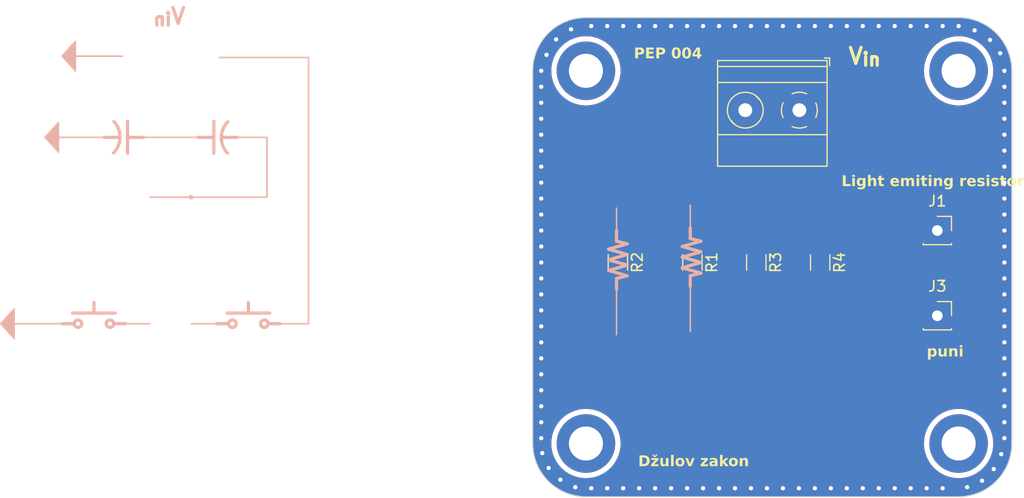
<source format=kicad_pcb>
(kicad_pcb (version 20240108) (generator "pcbnew") (generator_version "8.0")
  (layers (0 "F.Cu" signal) (31 "B.Cu" signal) (34 "B.Paste" user) (35 "F.Paste" user) (36 "B.SilkS" user "B.Silkscreen") (37 "F.SilkS" user "F.Silkscreen") (38 "B.Mask" user) (39 "F.Mask" user) (44 "Edge.Cuts" user))
  (net 0 "")
  (net 1 "0")
  (net 2 "Input voltage")
  (footprint "Resistor_SMD:R_1206_3216Metric_Pad1.30x1.75mm_HandSolder" (layer "F.Cu") (at 125 84 -90)
    (property "Reference" "R3" (at 0 -1.82 90) (layer "F.SilkS"))
    (property "Value" "100k")
    (fp_line (start -0.727064 0.91) (end 0.727064 0.91) (stroke (width 0.12)) (layer "F.SilkS"))
    (fp_line (start -0.727064 -0.91) (end 0.727064 -0.91) (stroke (width 0.12)) (layer "F.SilkS"))
    (pad "1" smd roundrect (at -1.55 0 270) (size 1.3 1.75) (layers "F.Cu" "F.Paste" "F.Mask") (roundrect_rratio 0.192308) (net 2 "Input voltage"))
    (pad "2" smd roundrect (at 1.55 0 270) (size 1.3 1.75) (layers "F.Cu" "F.Paste" "F.Mask") (roundrect_rratio 0.192308) (net 1 "0"))
  )
  (footprint "Resistor_SMD:R_1206_3216Metric_Pad1.30x1.75mm_HandSolder" (layer "F.Cu") (at 112 84 -90)
    (property "Reference" "R2" (at 0 -1.82 90) (layer "F.SilkS"))
    (property "Value" "100k")
    (fp_line (start -0.727064 0.91) (end 0.727064 0.91) (stroke (width 0.12)) (layer "F.SilkS"))
    (fp_line (start -0.727064 -0.91) (end 0.727064 -0.91) (stroke (width 0.12)) (layer "F.SilkS"))
    (pad "1" smd roundrect (at -1.55 0 270) (size 1.3 1.75) (layers "F.Cu" "F.Paste" "F.Mask") (roundrect_rratio 0.192308) (net 2 "Input voltage"))
    (pad "2" smd roundrect (at 1.55 0 270) (size 1.3 1.75) (layers "F.Cu" "F.Paste" "F.Mask") (roundrect_rratio 0.192308) (net 1 "0"))
  )
  (footprint "MountingHole:MountingHole_3.2mm_M3_ISO14580_Pad_TopBottom" (layer "F.Cu") (at 144 66)
    (property "Reference" "H3" (hide yes))
    (property "Value" "MountingHole")
    (pad "1" thru_hole circle (at 0 0) (size 3.6 3.6) (drill 3.2) (layers "*.Cu" "*.Mask"))
    (pad "1" connect circle (at 0 0) (size 5.5 5.5) (layers "F.Cu" "F.Mask"))
    (pad "1" connect circle (at 0 0) (size 5.5 5.5) (layers "B.Cu" "B.Mask"))
  )
  (footprint "MountingHole:MountingHole_3.2mm_M3_ISO14580_Pad_TopBottom" (layer "F.Cu") (at 144 101)
    (property "Reference" "H4" (hide yes))
    (property "Value" "MountingHole")
    (pad "1" thru_hole circle (at 0 0) (size 3.6 3.6) (drill 3.2) (layers "*.Cu" "*.Mask"))
    (pad "1" connect circle (at 0 0) (size 5.5 5.5) (layers "F.Cu" "F.Mask"))
    (pad "1" connect circle (at 0 0) (size 5.5 5.5) (layers "B.Cu" "B.Mask"))
  )
  (footprint "TerminalBlock_Phoenix:TerminalBlock_Phoenix_MKDS-1,5-2-5.08_1x02_P5.08mm_Horizontal" (layer "F.Cu") (at 129.045 69.695 180)
    (property "Reference" "J2" (hide yes))
    (property "Value" "Screw_Terminal_01x02")
    (fp_line (start 7.68 -5.261) (end 7.68 4.66) (stroke (width 0.12)) (layer "F.SilkS"))
    (fp_line (start 6.355 -1.069) (end 6.308 -1.023) (stroke (width 0.12)) (layer "F.SilkS"))
    (fp_line (start 6.15 -1.275) (end 6.115 -1.239) (stroke (width 0.12)) (layer "F.SilkS"))
    (fp_line (start 4.046 1.239) (end 4.011 1.274) (stroke (width 0.12)) (layer "F.SilkS"))
    (fp_line (start 3.853 1.023) (end 3.806 1.069) (stroke (width 0.12)) (layer "F.SilkS"))
    (fp_line (start -2.6 4.66) (end 7.68 4.66) (stroke (width 0.12)) (layer "F.SilkS"))
    (fp_line (start -2.6 4.1) (end 7.68 4.1) (stroke (width 0.12)) (layer "F.SilkS"))
    (fp_line (start -2.6 2.6) (end 7.68 2.6) (stroke (width 0.12)) (layer "F.SilkS"))
    (fp_line (start -2.6 -2.301) (end 7.68 -2.301) (stroke (width 0.12)) (layer "F.SilkS"))
    (fp_line (start -2.6 -5.261) (end 7.68 -5.261) (stroke (width 0.12)) (layer "F.SilkS"))
    (fp_line (start -2.6 -5.261) (end -2.6 4.66) (stroke (width 0.12)) (layer "F.SilkS"))
    (fp_line (start -2.84 4.9) (end -2.34 4.9) (stroke (width 0.12)) (layer "F.SilkS"))
    (fp_line (start -2.84 4.16) (end -2.84 4.9) (stroke (width 0.12)) (layer "F.SilkS"))
    (fp_arc (start 1.535427 -0.683042) (mid 1.680501 0.000524) (end 1.535 0.684) (stroke (width 0.12)) (layer "F.SilkS"))
    (fp_arc (start 0.683318 1.534756) (mid 0.349292 1.643288) (end 0 1.68) (stroke (width 0.12)) (layer "F.SilkS"))
    (fp_arc (start 0.028805 1.680253) (mid -0.335551 1.646659) (end -0.684 1.535) (stroke (width 0.12)) (layer "F.SilkS"))
    (fp_arc (start -0.683042 -1.535427) (mid 0.000524 -1.680501) (end 0.684 -1.535) (stroke (width 0.12)) (layer "F.SilkS"))
    (fp_arc (start -1.535427 0.683042) (mid -1.680501 -0.000524) (end -1.535 -0.684) (stroke (width 0.12)) (layer "F.SilkS"))
    (fp_circle (center 5.08 0) (end 6.76 0) (stroke (width 0.12)) (fill none) (layer "F.SilkS"))
    (pad "1" thru_hole rect (at 0 0 180) (size 2.6 2.6) (drill 1.3) (layers "*.Cu" "*.Mask") (net 2 "Input voltage"))
    (pad "2" thru_hole circle (at 5.08 0 180) (size 2.6 2.6) (drill 1.3) (layers "*.Cu" "*.Mask") (net 1 "0"))
  )
  (footprint "MountingHole:MountingHole_3.2mm_M3_ISO14580_Pad_TopBottom" (layer "F.Cu") (at 109 66)
    (property "Reference" "H2" (hide yes))
    (property "Value" "MountingHole")
    (pad "1" thru_hole circle (at 0 0) (size 3.6 3.6) (drill 3.2) (layers "*.Cu" "*.Mask"))
    (pad "1" connect circle (at 0 0) (size 5.5 5.5) (layers "F.Cu" "F.Mask"))
    (pad "1" connect circle (at 0 0) (size 5.5 5.5) (layers "B.Cu" "B.Mask"))
  )
  (footprint "Resistor_SMD:R_1206_3216Metric_Pad1.30x1.75mm_HandSolder" (layer "F.Cu") (at 119 84 -90)
    (property "Reference" "R1" (at 0 -1.82 90) (layer "F.SilkS"))
    (property "Value" "100k")
    (fp_line (start -0.727064 0.91) (end 0.727064 0.91) (stroke (width 0.12)) (layer "F.SilkS"))
    (fp_line (start -0.727064 -0.91) (end 0.727064 -0.91) (stroke (width 0.12)) (layer "F.SilkS"))
    (pad "1" smd roundrect (at -1.55 0 270) (size 1.3 1.75) (layers "F.Cu" "F.Paste" "F.Mask") (roundrect_rratio 0.192308) (net 2 "Input voltage"))
    (pad "2" smd roundrect (at 1.55 0 270) (size 1.3 1.75) (layers "F.Cu" "F.Paste" "F.Mask") (roundrect_rratio 0.192308) (net 1 "0"))
  )
  (footprint "Resistor_SMD:R_1206_3216Metric_Pad1.30x1.75mm_HandSolder" (layer "F.Cu") (at 131 84 -90)
    (property "Reference" "R4" (at 0 -1.82 90) (layer "F.SilkS"))
    (property "Value" "100k")
    (fp_line (start -0.727064 0.91) (end 0.727064 0.91) (stroke (width 0.12)) (layer "F.SilkS"))
    (fp_line (start -0.727064 -0.91) (end 0.727064 -0.91) (stroke (width 0.12)) (layer "F.SilkS"))
    (pad "1" smd roundrect (at -1.55 0 270) (size 1.3 1.75) (layers "F.Cu" "F.Paste" "F.Mask") (roundrect_rratio 0.192308) (net 2 "Input voltage"))
    (pad "2" smd roundrect (at 1.55 0 270) (size 1.3 1.75) (layers "F.Cu" "F.Paste" "F.Mask") (roundrect_rratio 0.192308) (net 1 "0"))
  )
  (footprint "Connector_PinSocket_2.54mm:PinSocket_1x01_P2.54mm_Vertical" (layer "F.Cu") (at 142 81)
    (property "Reference" "J1" (at 0 -2.77 0) (layer "F.SilkS"))
    (property "Value" "Conn_01x01_Socket")
    (fp_line (start -1.33 1.21) (end -1.33 1.33) (stroke (width 0.12)) (layer "F.SilkS"))
    (fp_line (start -1.33 1.33) (end 1.33 1.33) (stroke (width 0.12)) (layer "F.SilkS"))
    (fp_line (start 0 -1.33) (end 1.33 -1.33) (stroke (width 0.12)) (layer "F.SilkS"))
    (fp_line (start 1.33 -1.33) (end 1.33 0) (stroke (width 0.12)) (layer "F.SilkS"))
    (fp_line (start 1.33 1.21) (end 1.33 1.33) (stroke (width 0.12)) (layer "F.SilkS"))
    (pad "1" thru_hole rect (at 0 0) (size 1.7 1.7) (drill 1) (layers "*.Cu" "*.Mask") (net 2 "Input voltage"))
  )
  (footprint "Connector_PinSocket_2.54mm:PinSocket_1x01_P2.54mm_Vertical" (layer "F.Cu") (at 142 89)
    (property "Reference" "J3" (at 0 -2.77 0) (layer "F.SilkS"))
    (property "Value" "Conn_01x01_Socket")
    (fp_line (start -1.33 1.21) (end -1.33 1.33) (stroke (width 0.12)) (layer "F.SilkS"))
    (fp_line (start -1.33 1.33) (end 1.33 1.33) (stroke (width 0.12)) (layer "F.SilkS"))
    (fp_line (start 0 -1.33) (end 1.33 -1.33) (stroke (width 0.12)) (layer "F.SilkS"))
    (fp_line (start 1.33 -1.33) (end 1.33 0) (stroke (width 0.12)) (layer "F.SilkS"))
    (fp_line (start 1.33 1.21) (end 1.33 1.33) (stroke (width 0.12)) (layer "F.SilkS"))
    (pad "1" thru_hole rect (at 0 0) (size 1.7 1.7) (drill 1) (layers "*.Cu" "*.Mask") (net 1 "0"))
  )
  (footprint "MountingHole:MountingHole_3.2mm_M3_ISO14580_Pad_TopBottom" (layer "F.Cu") (at 109 101 -90)
    (property "Reference" "H1" (hide yes))
    (property "Value" "MountingHole")
    (pad "1" thru_hole circle (at 0 0 270) (size 3.6 3.6) (drill 3.2) (layers "*.Cu" "*.Mask"))
    (pad "1" connect circle (at 0 0 270) (size 5.5 5.5) (layers "F.Cu" "F.Mask"))
    (pad "1" connect circle (at 0 0 270) (size 5.5 5.5) (layers "B.Cu" "B.Mask"))
  )
  (gr_line (start 74.059 73.75) (end 74.059 70.75) (stroke (width 0.3)) (layer "B.SilkS"))
  (gr_line (start 118.8 86.25) (end 118.8 85.25) (stroke (width 0.3)) (layer "B.SilkS"))
  (gr_line (start 79.153555 89.749997) (end 80.3 89.749997) (stroke (width 0.3)) (layer "B.SilkS"))
  (gr_line (start 65.476018 64.62862) (end 60.8 64.625) (stroke (width 0.15)) (layer "B.SilkS"))
  (gr_line (start 118.05 84.5) (end 119.8 84) (stroke (width 0.3)) (layer "B.SilkS"))
  (gr_line (start 82.952115 89.75) (end 79.7 89.749997) (stroke (width 0.15)) (layer "B.SilkS"))
  (gr_line (start 76.259 72.25) (end 74.759 72.25) (stroke (width 0.3)) (layer "B.SilkS"))
  (gr_line (start 112.875 82.25) (end 111.875 82) (stroke (width 0.3)) (layer "B.SilkS"))
  (gr_line (start 66.05 72.25) (end 67.45 72.25) (stroke (width 0.3)) (layer "B.SilkS"))
  (gr_circle (center 64.3 89.749997) (end 64.05 90) (stroke (width 0.3)) (fill none) (layer "B.SilkS"))
  (gr_line (start 55.3 88.375) (end 54.05 89.75) (stroke (width 0.15)) (layer "B.SilkS"))
  (gr_line (start 111.125 84.75) (end 112.875 84.25) (stroke (width 0.3)) (layer "B.SilkS"))
  (gr_line (start 118.05 82.5) (end 119.8 82) (stroke (width 0.3)) (layer "B.SilkS"))
  (gr_line (start 82.952115 64.75) (end 82.952115 89.75) (stroke (width 0.15)) (layer "B.SilkS"))
  (gr_line (start 111.875 78.9) (end 111.875 82) (stroke (width 0.15)) (layer "B.SilkS"))
  (gr_line (start 77.3 87.75) (end 77.3 88.75) (stroke (width 0.3)) (layer "B.SilkS"))
  (gr_circle (center 78.8 89.749997) (end 78.55 90) (stroke (width 0.3)) (fill none) (layer "B.SilkS"))
  (gr_line (start 111.875 86.5) (end 111.875 85.5) (stroke (width 0.3)) (layer "B.SilkS"))
  (gr_line (start 79.05 72.25) (end 76.376495 72.249095) (stroke (width 0.15)) (layer "B.SilkS"))
  (gr_poly (pts (xy 61.05 66) (xy 61.05 63.25) (xy 59.8 64.625)) (stroke (width 0.15)) (fill solid) (layer "B.SilkS"))
  (gr_line (start 75.446447 89.749997) (end 74.3 89.75) (stroke (width 0.3)) (layer "B.SilkS"))
  (gr_line (start 60.946447 89.749997) (end 59.8 89.75) (stroke (width 0.3)) (layer "B.SilkS"))
  (gr_line (start 75.3 88.75) (end 79.3 88.75) (stroke (width 0.3)) (layer "B.SilkS"))
  (gr_line (start 111.875 85.5) (end 112.875 85.25) (stroke (width 0.3)) (layer "B.SilkS"))
  (gr_line (start 119.8 83) (end 118.05 82.5) (stroke (width 0.3)) (layer "B.SilkS"))
  (gr_line (start 112.875 83.25) (end 111.125 82.75) (stroke (width 0.3)) (layer "B.SilkS"))
  (gr_line (start 112.875 85.25) (end 111.125 84.75) (stroke (width 0.3)) (layer "B.SilkS"))
  (gr_line (start 112.875 84.25) (end 111.125 83.75) (stroke (width 0.3)) (layer "B.SilkS"))
  (gr_line (start 79.05 77.875) (end 79.05 72.25) (stroke (width 0.15)) (layer "B.SilkS"))
  (gr_circle (center 75.8 89.749997) (end 76.05 89.999997) (stroke (width 0.3)) (fill none) (layer "B.SilkS"))
  (gr_line (start 68.045771 77.875) (end 79.05 77.875) (stroke (width 0.15)) (layer "B.SilkS"))
  (gr_line (start 65.697886 89.75) (end 68.05 89.75) (stroke (width 0.15)) (layer "B.SilkS"))
  (gr_line (start 74.55 64.75) (end 82.952115 64.75) (stroke (width 0.15)) (layer "B.SilkS"))
  (gr_line (start 65.95 70.75) (end 65.95 73.75) (stroke (width 0.3)) (layer "B.SilkS"))
  (gr_line (start 111.875 90.775) (end 111.875 85.5) (stroke (width 0.15)) (layer "B.SilkS"))
  (gr_line (start 63.75 72.25) (end 65.25 72.25) (stroke (width 0.3)) (layer "B.SilkS"))
  (gr_line (start 64.653555 89.749997) (end 65.8 89.749997) (stroke (width 0.3)) (layer "B.SilkS"))
  (gr_line (start 111.875 82) (end 111.875 81) (stroke (width 0.3)) (layer "B.SilkS"))
  (gr_line (start 71.947886 89.75) (end 74.3 89.75) (stroke (width 0.15)) (layer "B.SilkS"))
  (gr_poly (pts (xy 59.461991 73.62319) (xy 59.461991 70.87319) (xy 58.211991 72.24819)) (stroke (width 0.15)) (fill solid) (layer "B.SilkS"))
  (gr_line (start 73.959 72.25) (end 72.559 72.25) (stroke (width 0.3)) (layer "B.SilkS"))
  (gr_poly (pts (xy 55.3 91.125) (xy 55.3 88.375) (xy 54.05 89.75)) (stroke (width 0.15)) (fill solid) (layer "B.SilkS"))
  (gr_line (start 118.8 81.75) (end 118.8 80.75) (stroke (width 0.3)) (layer "B.SilkS"))
  (gr_arc (start 64.663592 70.76167) (mid 65.250034 72.25001) (end 64.624703 73.722415) (stroke (width 0.3)) (layer "B.SilkS"))
  (gr_line (start 61.05 63.25) (end 59.8 64.625) (stroke (width 0.15)) (layer "B.SilkS"))
  (gr_line (start 60.8 88.75) (end 64.8 88.75) (stroke (width 0.3)) (layer "B.SilkS"))
  (gr_circle (center 61.3 89.749997) (end 61.55 89.999997) (stroke (width 0.3)) (fill none) (layer "B.SilkS"))
  (gr_line (start 119.8 84) (end 118.05 83.5) (stroke (width 0.3)) (layer "B.SilkS"))
  (gr_line (start 118.05 83.5) (end 119.8 83) (stroke (width 0.3)) (layer "B.SilkS"))
  (gr_line (start 119.8 82) (end 118.8 81.75) (stroke (width 0.3)) (layer "B.SilkS"))
  (gr_line (start 118.795771 78.625) (end 118.795771 81.425) (stroke (width 0.15)) (layer "B.SilkS"))
  (gr_circle (center 71.902111 77.875) (end 71.777111 77.8) (stroke (width 0.15)) (fill none) (layer "B.SilkS"))
  (gr_line (start 118.8 85.25) (end 119.8 85) (stroke (width 0.3)) (layer "B.SilkS"))
  (gr_line (start 59.8 89.75) (end 55.05 89.75) (stroke (width 0.15)) (layer "B.SilkS"))
  (gr_line (start 63.888009 72.25181) (end 59.211991 72.24819) (stroke (width 0.15)) (layer "B.SilkS"))
  (gr_line (start 62.8 87.75) (end 62.8 88.75) (stroke (width 0.3)) (layer "B.SilkS"))
  (gr_line (start 59.461991 70.87319) (end 58.211991 72.24819) (stroke (width 0.15)) (layer "B.SilkS"))
  (gr_line (start 118.80181 86.161991) (end 118.8 90.5) (stroke (width 0.15)) (layer "B.SilkS"))
  (gr_line (start 119.8 85) (end 118.05 84.5) (stroke (width 0.3)) (layer "B.SilkS"))
  (gr_line (start 111.125 83.75) (end 112.875 83.25) (stroke (width 0.3)) (layer "B.SilkS"))
  (gr_line (start 72.559 72.25) (end 67.211991 72.24819) (stroke (width 0.15)) (layer "B.SilkS"))
  (gr_line (start 111.125 82.75) (end 112.875 82.25) (stroke (width 0.3)) (layer "B.SilkS"))
  (gr_arc (start 75.345408 73.73833) (mid 74.758966 72.24999) (end 75.384297 70.777585) (stroke (width 0.3)) (layer "B.SilkS"))
  (gr_line (start 144 106) (end 109 106) (stroke (width 0.1)) (layer "Edge.Cuts"))
  (gr_arc (start 144 61) (mid 147.535534 62.464466) (end 149 66) (stroke (width 0.1)) (layer "Edge.Cuts"))
  (gr_arc (start 149 101) (mid 147.535534 104.535534) (end 144 106) (stroke (width 0.1)) (layer "Edge.Cuts"))
  (gr_arc (start 104 66) (mid 105.464466 62.464466) (end 109 61) (stroke (width 0.1)) (layer "Edge.Cuts"))
  (gr_line (start 149 101) (end 149 66) (stroke (width 0.1)) (layer "Edge.Cuts"))
  (gr_arc (start 109 106) (mid 105.464466 104.535534) (end 104 101) (stroke (width 0.1)) (layer "Edge.Cuts"))
  (gr_line (start 109 61) (end 144 61) (stroke (width 0.1)) (layer "Edge.Cuts"))
  (gr_line (start 104 66) (end 104 101) (stroke (width 0.1)) (layer "Edge.Cuts"))
  (gr_text "V_{in}\n" (at 71.55 61.75 0) (layer "B.SilkS") (effects (font (size 1.5 1.5) (thickness 0.3) (bold yes)) (justify left bottom mirror)))
  (gr_text "puni" (at 141 93 0) (layer "F.SilkS") (effects (font (size 1 1) (thickness 0.2) (bold yes)) (justify left bottom)))
  (gr_text "Džulov zakon" (at 113.9 103.3 0) (layer "F.SilkS") (effects (font (size 1 1) (thickness 0.2) (bold yes)) (justify left bottom)))
  (gr_text "Light emiting resistor\n" (at 133 77 0) (layer "F.SilkS") (effects (font (size 1 1) (thickness 0.2) (bold yes)) (justify left bottom)))
  (gr_text "V_{in}\n" (at 133.5 65.5 0) (layer "F.SilkS") (effects (font (size 1.5 1.5) (thickness 0.3) (bold yes)) (justify left bottom)))
  (gr_text "PEP 004" (at 113.5 65 0) (layer "F.SilkS") (effects (font (size 1 1) (thickness 0.2) (bold yes)) (justify left bottom)))
  (via (at 148.3 97.5) (size 0.8) (drill 0.4) (layers "F.Cu" "B.Cu") (net 1))
  (via (at 126 105.2) (size 0.8) (drill 0.4) (layers "F.Cu" "B.Cu") (net 1))
  (via (at 148.3 99) (size 0.8) (drill 0.4) (layers "F.Cu" "B.Cu") (net 1))
  (via (at 148.3 67.5) (size 0.8) (drill 0.4) (layers "F.Cu" "B.Cu") (net 1))
  (via (at 104.8 72) (size 0.8) (drill 0.4) (layers "F.Cu" "B.Cu") (net 1))
  (via (at 104.8 76.5) (size 0.8) (drill 0.4) (layers "F.Cu" "B.Cu") (net 1))
  (via (at 104.8 96) (size 0.8) (drill 0.4) (layers "F.Cu" "B.Cu") (net 1))
  (via (at 120 61.8) (size 0.8) (drill 0.4) (layers "F.Cu" "B.Cu") (net 1))
  (via (at 127.5 61.8) (size 0.8) (drill 0.4) (layers "F.Cu" "B.Cu") (net 1))
  (via (at 104.8 84) (size 0.8) (drill 0.4) (layers "F.Cu" "B.Cu") (net 1))
  (via (at 109.5 105.2) (size 0.8) (drill 0.4) (layers "F.Cu" "B.Cu") (net 1))
  (via (at 107.6 62.1) (size 0.8) (drill 0.4) (layers "F.Cu" "B.Cu") (net 1))
  (via (at 120 105.2) (size 0.8) (drill 0.4) (layers "F.Cu" "B.Cu") (net 1))
  (via (at 104.8 97.5) (size 0.8) (drill 0.4) (layers "F.Cu" "B.Cu") (net 1))
  (via (at 144 61.8) (size 0.8) (drill 0.4) (layers "F.Cu" "B.Cu") (net 1))
  (via (at 105.5 103.3) (size 0.8) (drill 0.4) (layers "F.Cu" "B.Cu") (net 1))
  (via (at 148.3 91.5) (size 0.8) (drill 0.4) (layers "F.Cu" "B.Cu") (net 1))
  (via (at 111 61.8) (size 0.8) (drill 0.4) (layers "F.Cu" "B.Cu") (net 1))
  (via (at 124.5 61.8) (size 0.8) (drill 0.4) (layers "F.Cu" "B.Cu") (net 1))
  (via (at 115.5 61.8) (size 0.8) (drill 0.4) (layers "F.Cu" "B.Cu") (net 1))
  (via (at 109.5 61.8) (size 0.8) (drill 0.4) (layers "F.Cu" "B.Cu") (net 1))
  (via (at 146.2 104.5) (size 0.8) (drill 0.4) (layers "F.Cu" "B.Cu") (net 1))
  (via (at 129 61.8) (size 0.8) (drill 0.4) (layers "F.Cu" "B.Cu") (net 1))
  (via (at 114 105.2) (size 0.8) (drill 0.4) (layers "F.Cu" "B.Cu") (net 1))
  (via (at 147.9 64.35) (size 0.8) (drill 0.4) (layers "F.Cu" "B.Cu") (net 1))
  (via (at 112.5 61.8) (size 0.8) (drill 0.4) (layers "F.Cu" "B.Cu") (net 1))
  (via (at 129 105.2) (size 0.8) (drill 0.4) (layers "F.Cu" "B.Cu") (net 1))
  (via (at 148.3 82.5) (size 0.8) (drill 0.4) (layers "F.Cu" "B.Cu") (net 1))
  (via (at 148.3 73.5) (size 0.8) (drill 0.4) (layers "F.Cu" "B.Cu") (net 1))
  (via (at 104.8 90) (size 0.8) (drill 0.4) (layers "F.Cu" "B.Cu") (net 1))
  (via (at 141 61.8) (size 0.8) (drill 0.4) (layers "F.Cu" "B.Cu") (net 1))
  (via (at 132 61.8) (size 0.8) (drill 0.4) (layers "F.Cu" "B.Cu") (net 1))
  (via (at 106.6 104.4) (size 0.8) (drill 0.4) (layers "F.Cu" "B.Cu") (net 1))
  (via (at 104.8 82.5) (size 0.8) (drill 0.4) (layers "F.Cu" "B.Cu") (net 1))
  (via (at 104.8 66) (size 0.8) (drill 0.4) (layers "F.Cu" "B.Cu") (net 1))
  (via (at 118.5 105.2) (size 0.8) (drill 0.4) (layers "F.Cu" "B.Cu") (net 1))
  (via (at 104.8 75) (size 0.8) (drill 0.4) (layers "F.Cu" "B.Cu") (net 1))
  (via (at 104.8 99) (size 0.8) (drill 0.4) (layers "F.Cu" "B.Cu") (net 1))
  (via (at 104.8 79.5) (size 0.8) (drill 0.4) (layers "F.Cu" "B.Cu") (net 1))
  (via (at 130.5 61.8) (size 0.8) (drill 0.4) (layers "F.Cu" "B.Cu") (net 1))
  (via (at 141 105.2) (size 0.8) (drill 0.4) (layers "F.Cu" "B.Cu") (net 1))
  (via (at 142.5 61.8) (size 0.8) (drill 0.4) (layers "F.Cu" "B.Cu") (net 1))
  (via (at 145.5 62.2) (size 0.8) (drill 0.4) (layers "F.Cu" "B.Cu") (net 1))
  (via (at 104.8 67.5) (size 0.8) (drill 0.4) (layers "F.Cu" "B.Cu") (net 1))
  (via (at 148.3 66) (size 0.8) (drill 0.4) (layers "F.Cu" "B.Cu") (net 1))
  (via (at 104.8 70.5) (size 0.8) (drill 0.4) (layers "F.Cu" "B.Cu") (net 1))
  (via (at 118.5 61.8) (size 0.8) (drill 0.4) (layers "F.Cu" "B.Cu") (net 1))
  (via (at 104.8 69) (size 0.8) (drill 0.4) (layers "F.Cu" "B.Cu") (net 1))
  (via (at 148.3 100.5) (size 0.8) (drill 0.4) (layers "F.Cu" "B.Cu") (net 1))
  (via (at 106.2 63.05) (size 0.8) (drill 0.4) (layers "F.Cu" "B.Cu") (net 1))
  (via (at 148.3 79.5) (size 0.8) (drill 0.4) (layers "F.Cu" "B.Cu") (net 1))
  (via (at 121.5 105.2) (size 0.8) (drill 0.4) (layers "F.Cu" "B.Cu") (net 1))
  (via (at 121.5 61.8) (size 0.8) (drill 0.4) (layers "F.Cu" "B.Cu") (net 1))
  (via (at 144.8 105.1) (size 0.8) (drill 0.4) (layers "F.Cu" "B.Cu") (net 1))
  (via (at 104.8 81) (size 0.8) (drill 0.4) (layers "F.Cu" "B.Cu") (net 1))
  (via (at 139.5 61.8) (size 0.8) (drill 0.4) (layers "F.Cu" "B.Cu") (net 1))
  (via (at 148.3 88.5) (size 0.8) (drill 0.4) (layers "F.Cu" "B.Cu") (net 1))
  (via (at 148 102) (size 0.8) (drill 0.4) (layers "F.Cu" "B.Cu") (net 1))
  (via (at 127.5 105.2) (size 0.8) (drill 0.4) (layers "F.Cu" "B.Cu") (net 1))
  (via (at 148.3 81) (size 0.8) (drill 0.4) (layers "F.Cu" "B.Cu") (net 1))
  (via (at 133.5 105.2) (size 0.8) (drill 0.4) (layers "F.Cu" "B.Cu") (net 1))
  (via (at 124.5 105.2) (size 0.8) (drill 0.4) (layers "F.Cu" "B.Cu") (net 1))
  (via (at 148.3 70.5) (size 0.8) (drill 0.4) (layers "F.Cu" "B.Cu") (net 1))
  (via (at 133.5 61.8) (size 0.8) (drill 0.4) (layers "F.Cu" "B.Cu") (net 1))
  (via (at 148.3 84) (size 0.8) (drill 0.4) (layers "F.Cu" "B.Cu") (net 1))
  (via (at 148.3 85.5) (size 0.8) (drill 0.4) (layers "F.Cu" "B.Cu") (net 1))
  (via (at 148.3 93) (size 0.8) (drill 0.4) (layers "F.Cu" "B.Cu") (net 1))
  (via (at 148.3 75) (size 0.8) (drill 0.4) (layers "F.Cu" "B.Cu") (net 1))
  (via (at 147.3 103.4) (size 0.8) (drill 0.4) (layers "F.Cu" "B.Cu") (net 1))
  (via (at 104.8 85.5) (size 0.8) (drill 0.4) (layers "F.Cu" "B.Cu") (net 1))
  (via (at 148.3 72) (size 0.8) (drill 0.4) (layers "F.Cu" "B.Cu") (net 1))
  (via (at 123 61.8) (size 0.8) (drill 0.4) (layers "F.Cu" "B.Cu") (net 1))
  (via (at 139.5 105.2) (size 0.8) (drill 0.4) (layers "F.Cu" "B.Cu") (net 1))
  (via (at 114 61.8) (size 0.8) (drill 0.4) (layers "F.Cu" "B.Cu") (net 1))
  (via (at 115.5 105.2) (size 0.8) (drill 0.4) (layers "F.Cu" "B.Cu") (net 1))
  (via (at 138 61.8) (size 0.8) (drill 0.4) (layers "F.Cu" "B.Cu") (net 1))
  (via (at 117 61.8) (size 0.8) (drill 0.4) (layers "F.Cu" "B.Cu") (net 1))
  (via (at 126 61.8) (size 0.8) (drill 0.4) (layers "F.Cu" "B.Cu") (net 1))
  (via (at 123 105.2) (size 0.8) (drill 0.4) (layers "F.Cu" "B.Cu") (net 1))
  (via (at 142.5 105.2) (size 0.8) (drill 0.4) (layers "F.Cu" "B.Cu") (net 1))
  (via (at 148.3 90) (size 0.8) (drill 0.4) (layers "F.Cu" "B.Cu") (net 1))
  (via (at 105.3 64.5) (size 0.8) (drill 0.4) (layers "F.Cu" "B.Cu") (net 1))
  (via (at 136.5 61.8) (size 0.8) (drill 0.4) (layers "F.Cu" "B.Cu") (net 1))
  (via (at 132 105.2) (size 0.8) (drill 0.4) (layers "F.Cu" "B.Cu") (net 1))
  (via (at 148.3 87) (size 0.8) (drill 0.4) (layers "F.Cu" "B.Cu") (net 1))
  (via (at 135 105.2) (size 0.8) (drill 0.4) (layers "F.Cu" "B.Cu") (net 1))
  (via (at 104.8 73.5) (size 0.8) (drill 0.4) (layers "F.Cu" "B.Cu") (net 1))
  (via (at 104.8 87) (size 0.8) (drill 0.4) (layers "F.Cu" "B.Cu") (net 1))
  (via (at 104.8 78) (size 0.8) (drill 0.4) (layers "F.Cu" "B.Cu") (net 1))
  (via (at 104.9 101.9) (size 0.8) (drill 0.4) (layers "F.Cu" "B.Cu") (net 1))
  (via (at 135 61.8) (size 0.8) (drill 0.4) (layers "F.Cu" "B.Cu") (net 1))
  (via (at 148.3 78) (size 0.8) (drill 0.4) (layers "F.Cu" "B.Cu") (net 1))
  (via (at 104.8 100.5) (size 0.8) (drill 0.4) (layers "F.Cu" "B.Cu") (net 1))
  (via (at 136.5 105.2) (size 0.8) (drill 0.4) (layers "F.Cu" "B.Cu") (net 1))
  (via (at 138 105.2) (size 0.8) (drill 0.4) (layers "F.Cu" "B.Cu") (net 1))
  (via (at 104.8 88.5) (size 0.8) (drill 0.4) (layers "F.Cu" "B.Cu") (net 1))
  (via (at 148.3 94.5) (size 0.8) (drill 0.4) (layers "F.Cu" "B.Cu") (net 1))
  (via (at 146.95 63.1) (size 0.8) (drill 0.4) (layers "F.Cu" "B.Cu") (net 1))
  (via (at 148.3 69) (size 0.8) (drill 0.4) (layers "F.Cu" "B.Cu") (net 1))
  (via (at 148.3 76.5) (size 0.8) (drill 0.4) (layers "F.Cu" "B.Cu") (net 1))
  (via (at 111 105.2) (size 0.8) (drill 0.4) (layers "F.Cu" "B.Cu") (net 1))
  (via (at 130.5 105.2) (size 0.8) (drill 0.4) (layers "F.Cu" "B.Cu") (net 1))
  (via (at 104.8 91.5) (size 0.8) (drill 0.4) (layers "F.Cu" "B.Cu") (net 1))
  (via (at 104.8 93) (size 0.8) (drill 0.4) (layers "F.Cu" "B.Cu") (net 1))
  (via (at 112.5 105.2) (size 0.8) (drill 0.4) (layers "F.Cu" "B.Cu") (net 1))
  (via (at 117 105.2) (size 0.8) (drill 0.4) (layers "F.Cu" "B.Cu") (net 1))
  (via (at 148.3 96) (size 0.8) (drill 0.4) (layers "F.Cu" "B.Cu") (net 1))
  (via (at 108 105.1) (size 0.8) (drill 0.4) (layers "F.Cu" "B.Cu") (net 1))
  (via (at 104.8 94.5) (size 0.8) (drill 0.4) (layers "F.Cu" "B.Cu") (net 1))
  (segment (start 140.55 82.45) (end 142 81) (width 1) (layer "F.Cu") (net 2))
  (segment (start 125 82.45) (end 112 82.45) (width 1) (layer "F.Cu") (net 2))
  (segment (start 129.045 74.5) (end 129.045 76.2) (width 1) (layer "F.Cu") (net 2))
  (segment (start 129.045 69.695) (end 129.045 74.5) (width 1) (layer "F.Cu") (net 2))
  (segment (start 128.905 80.495) (end 126.95 82.45) (width 1) (layer "F.Cu") (net 2))
  (segment (start 129.045 80.495) (end 131 82.45) (width 1) (layer "F.Cu") (net 2))
  (segment (start 129.045 76.2) (end 129.045 80.495) (width 1) (layer "F.Cu") (net 2))
  (segment (start 131 82.45) (end 140.55 82.45) (width 1) (layer "F.Cu") (net 2))
  (segment (start 129.045 80.495) (end 128.905 80.495) (width 1) (layer "F.Cu") (net 2))
  (segment (start 126.95 82.45) (end 125 82.45) (width 1) (layer "F.Cu") (net 2))
  (zone (net 1) (net_name "0") (layer "F.Cu") (priority 1) (connect_pads (clearance 0.5)) (min_thickness 0.25) (fill yes (thermal_gap 0.5) (thermal_bridge_width 0.5))
    (polygon (pts (xy 104 61) (xy 149 61) (xy 149 106) (xy 104 106)))
  )
  (zone (net 1) (net_name "0") (layer "B.Cu") (priority 1) (connect_pads (clearance 0.5)) (min_thickness 0.25) (fill yes (thermal_gap 0.5) (thermal_bridge_width 0.5))
    (polygon (pts (xy 104 61) (xy 149 61) (xy 149 106) (xy 104 106)))
  )
)
</source>
